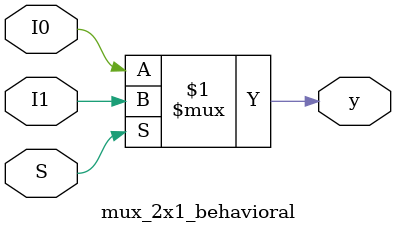
<source format=v>
module mux_2x1_behavioral	(I0,I1,S,y);
	input I0,I1;
	output y;
	input S;
	wire y;
	assign y= (S) ? I1:I0;
	endmodule
</source>
